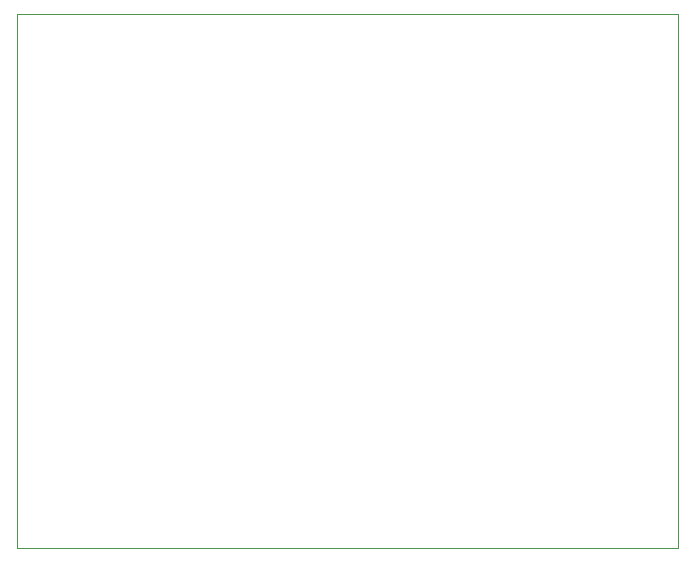
<source format=gm1>
G04 #@! TF.GenerationSoftware,KiCad,Pcbnew,7.0.8*
G04 #@! TF.CreationDate,2023-10-01T22:59:48-07:00*
G04 #@! TF.ProjectId,babelfish,62616265-6c66-4697-9368-2e6b69636164,REV1*
G04 #@! TF.SameCoordinates,Original*
G04 #@! TF.FileFunction,Profile,NP*
%FSLAX46Y46*%
G04 Gerber Fmt 4.6, Leading zero omitted, Abs format (unit mm)*
G04 Created by KiCad (PCBNEW 7.0.8) date 2023-10-01 22:59:48*
%MOMM*%
%LPD*%
G01*
G04 APERTURE LIST*
G04 #@! TA.AperFunction,Profile*
%ADD10C,0.050000*%
G04 #@! TD*
G04 APERTURE END LIST*
D10*
X82250000Y-69500000D02*
X138250000Y-69500000D01*
X138250000Y-114750000D01*
X82250000Y-114750000D01*
X82250000Y-69500000D01*
M02*

</source>
